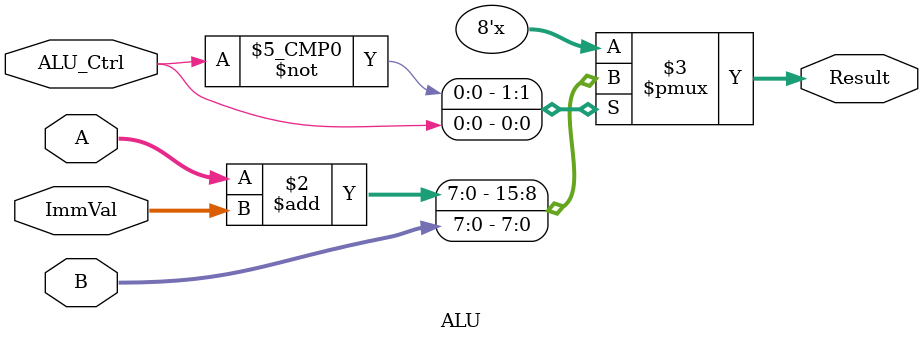
<source format=v>
`timescale 1ns / 1ps
module ALU(
	input [7:0] A,
    input [7:0] B,
	 input [7:0] ImmVal,
    input ALU_Ctrl,
    output reg [7:0] Result
    );
	
	always @(*)
	begin case(ALU_Ctrl)
			1'b0: Result = A+ImmVal;//Addi
			1'b1: Result = B;	//Mov
		   endcase
	end
endmodule


</source>
